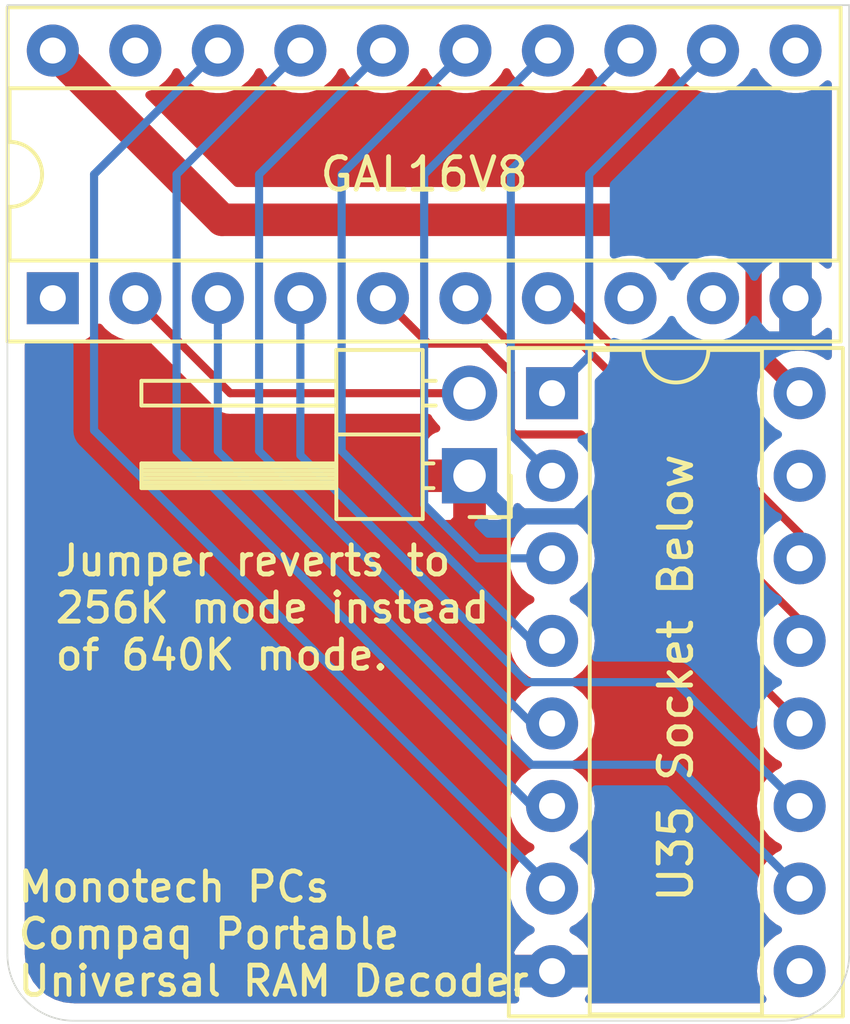
<source format=kicad_pcb>
(kicad_pcb (version 20171130) (host pcbnew "(5.1.0)-1")

  (general
    (thickness 1.6)
    (drawings 9)
    (tracks 78)
    (zones 0)
    (modules 3)
    (nets 23)
  )

  (page A4)
  (title_block
    (title "Compaq Portable Universal U35 RAM Decoder")
    (date 2019-04-05)
    (company "Monotech PCs")
  )

  (layers
    (0 F.Cu signal)
    (31 B.Cu signal)
    (36 B.SilkS user)
    (37 F.SilkS user)
    (38 B.Mask user)
    (39 F.Mask user)
    (44 Edge.Cuts user)
    (45 Margin user hide)
    (46 B.CrtYd user hide)
    (47 F.CrtYd user hide)
    (48 B.Fab user hide)
    (49 F.Fab user hide)
  )

  (setup
    (last_trace_width 0.5)
    (user_trace_width 0.5)
    (user_trace_width 1)
    (trace_clearance 0.2)
    (zone_clearance 0.508)
    (zone_45_only yes)
    (trace_min 0.127)
    (via_size 1)
    (via_drill 0.8)
    (via_min_size 0.6)
    (via_min_drill 0.3)
    (uvia_size 0.3)
    (uvia_drill 0.1)
    (uvias_allowed no)
    (uvia_min_size 0.2)
    (uvia_min_drill 0.1)
    (edge_width 0.05)
    (segment_width 0.2)
    (pcb_text_width 0.3)
    (pcb_text_size 1.5 1.5)
    (mod_edge_width 0.12)
    (mod_text_size 1 1)
    (mod_text_width 0.15)
    (pad_size 1.524 1.524)
    (pad_drill 0.762)
    (pad_to_mask_clearance 0)
    (solder_mask_min_width 0.25)
    (aux_axis_origin 0 0)
    (visible_elements 7FFFFFFF)
    (pcbplotparams
      (layerselection 0x010f0_ffffffff)
      (usegerberextensions true)
      (usegerberattributes false)
      (usegerberadvancedattributes false)
      (creategerberjobfile false)
      (excludeedgelayer true)
      (linewidth 0.100000)
      (plotframeref false)
      (viasonmask false)
      (mode 1)
      (useauxorigin false)
      (hpglpennumber 1)
      (hpglpenspeed 20)
      (hpglpendiameter 15.000000)
      (psnegative false)
      (psa4output false)
      (plotreference true)
      (plotvalue true)
      (plotinvisibletext false)
      (padsonsilk false)
      (subtractmaskfromsilk false)
      (outputformat 1)
      (mirror false)
      (drillshape 0)
      (scaleselection 1)
      (outputdirectory "gerber"))
  )

  (net 0 "")
  (net 1 VCC)
  (net 2 GND)
  (net 3 /~256K)
  (net 4 "Net-(U1-Pad1)")
  (net 5 "Net-(U1-Pad12)")
  (net 6 /A16)
  (net 7 "Net-(U1-Pad13)")
  (net 8 /A17)
  (net 9 "Net-(U1-Pad14)")
  (net 10 /A18)
  (net 11 "Net-(U1-Pad15)")
  (net 12 /A19)
  (net 13 "Net-(U1-Pad16)")
  (net 14 /~DACK0)
  (net 15 "Net-(U1-Pad17)")
  (net 16 "Net-(U1-Pad18)")
  (net 17 "Net-(U2-Pad9)")
  (net 18 "Net-(U2-Pad15)")
  (net 19 "Net-(U1-Pad11)")
  (net 20 "Net-(U1-Pad8)")
  (net 21 "Net-(U1-Pad9)")
  (net 22 "Net-(U1-Pad19)")

  (net_class Default "This is the default net class."
    (clearance 0.2)
    (trace_width 0.25)
    (via_dia 1)
    (via_drill 0.8)
    (uvia_dia 0.3)
    (uvia_drill 0.1)
    (add_net /A16)
    (add_net /A17)
    (add_net /A18)
    (add_net /A19)
    (add_net /~256K)
    (add_net /~DACK0)
    (add_net GND)
    (add_net "Net-(U1-Pad1)")
    (add_net "Net-(U1-Pad11)")
    (add_net "Net-(U1-Pad12)")
    (add_net "Net-(U1-Pad13)")
    (add_net "Net-(U1-Pad14)")
    (add_net "Net-(U1-Pad15)")
    (add_net "Net-(U1-Pad16)")
    (add_net "Net-(U1-Pad17)")
    (add_net "Net-(U1-Pad18)")
    (add_net "Net-(U1-Pad19)")
    (add_net "Net-(U1-Pad8)")
    (add_net "Net-(U1-Pad9)")
    (add_net "Net-(U2-Pad15)")
    (add_net "Net-(U2-Pad9)")
    (add_net VCC)
  )

  (module Package_DIP:DIP-20_W7.62mm_Socket (layer F.Cu) (tedit 5A02E8C5) (tstamp 5CA612CC)
    (at 212.217 125.857 90)
    (descr "20-lead though-hole mounted DIP package, row spacing 7.62 mm (300 mils), Socket")
    (tags "THT DIP DIL PDIP 2.54mm 7.62mm 300mil Socket")
    (path /5C9DBAED)
    (fp_text reference U1 (at 3.81 -2.33 90) (layer F.SilkS) hide
      (effects (font (size 1 1) (thickness 0.15)))
    )
    (fp_text value GAL16V8 (at 3.81 11.43 180) (layer F.SilkS)
      (effects (font (size 1 1) (thickness 0.15)))
    )
    (fp_arc (start 3.81 -1.33) (end 2.81 -1.33) (angle -180) (layer F.SilkS) (width 0.12))
    (fp_line (start 1.635 -1.27) (end 6.985 -1.27) (layer F.Fab) (width 0.1))
    (fp_line (start 6.985 -1.27) (end 6.985 24.13) (layer F.Fab) (width 0.1))
    (fp_line (start 6.985 24.13) (end 0.635 24.13) (layer F.Fab) (width 0.1))
    (fp_line (start 0.635 24.13) (end 0.635 -0.27) (layer F.Fab) (width 0.1))
    (fp_line (start 0.635 -0.27) (end 1.635 -1.27) (layer F.Fab) (width 0.1))
    (fp_line (start -1.27 -1.33) (end -1.27 24.19) (layer F.Fab) (width 0.1))
    (fp_line (start -1.27 24.19) (end 8.89 24.19) (layer F.Fab) (width 0.1))
    (fp_line (start 8.89 24.19) (end 8.89 -1.33) (layer F.Fab) (width 0.1))
    (fp_line (start 8.89 -1.33) (end -1.27 -1.33) (layer F.Fab) (width 0.1))
    (fp_line (start 2.81 -1.33) (end 1.16 -1.33) (layer F.SilkS) (width 0.12))
    (fp_line (start 1.16 -1.33) (end 1.16 24.19) (layer F.SilkS) (width 0.12))
    (fp_line (start 1.16 24.19) (end 6.46 24.19) (layer F.SilkS) (width 0.12))
    (fp_line (start 6.46 24.19) (end 6.46 -1.33) (layer F.SilkS) (width 0.12))
    (fp_line (start 6.46 -1.33) (end 4.81 -1.33) (layer F.SilkS) (width 0.12))
    (fp_line (start -1.33 -1.39) (end -1.33 24.25) (layer F.SilkS) (width 0.12))
    (fp_line (start -1.33 24.25) (end 8.95 24.25) (layer F.SilkS) (width 0.12))
    (fp_line (start 8.95 24.25) (end 8.95 -1.39) (layer F.SilkS) (width 0.12))
    (fp_line (start 8.95 -1.39) (end -1.33 -1.39) (layer F.SilkS) (width 0.12))
    (fp_line (start -1.55 -1.6) (end -1.55 24.45) (layer F.CrtYd) (width 0.05))
    (fp_line (start -1.55 24.45) (end 9.15 24.45) (layer F.CrtYd) (width 0.05))
    (fp_line (start 9.15 24.45) (end 9.15 -1.6) (layer F.CrtYd) (width 0.05))
    (fp_line (start 9.15 -1.6) (end -1.55 -1.6) (layer F.CrtYd) (width 0.05))
    (fp_text user %R (at 3.81 11.43 90) (layer F.Fab)
      (effects (font (size 1 1) (thickness 0.15)))
    )
    (pad 1 thru_hole rect (at 0 0 90) (size 1.6 1.6) (drill 0.8) (layers *.Cu *.Mask)
      (net 4 "Net-(U1-Pad1)"))
    (pad 11 thru_hole oval (at 7.62 22.86 90) (size 1.6 1.6) (drill 0.8) (layers *.Cu *.Mask)
      (net 19 "Net-(U1-Pad11)"))
    (pad 2 thru_hole oval (at 0 2.54 90) (size 1.6 1.6) (drill 0.8) (layers *.Cu *.Mask)
      (net 3 /~256K))
    (pad 12 thru_hole oval (at 7.62 20.32 90) (size 1.6 1.6) (drill 0.8) (layers *.Cu *.Mask)
      (net 5 "Net-(U1-Pad12)"))
    (pad 3 thru_hole oval (at 0 5.08 90) (size 1.6 1.6) (drill 0.8) (layers *.Cu *.Mask)
      (net 6 /A16))
    (pad 13 thru_hole oval (at 7.62 17.78 90) (size 1.6 1.6) (drill 0.8) (layers *.Cu *.Mask)
      (net 7 "Net-(U1-Pad13)"))
    (pad 4 thru_hole oval (at 0 7.62 90) (size 1.6 1.6) (drill 0.8) (layers *.Cu *.Mask)
      (net 8 /A17))
    (pad 14 thru_hole oval (at 7.62 15.24 90) (size 1.6 1.6) (drill 0.8) (layers *.Cu *.Mask)
      (net 9 "Net-(U1-Pad14)"))
    (pad 5 thru_hole oval (at 0 10.16 90) (size 1.6 1.6) (drill 0.8) (layers *.Cu *.Mask)
      (net 10 /A18))
    (pad 15 thru_hole oval (at 7.62 12.7 90) (size 1.6 1.6) (drill 0.8) (layers *.Cu *.Mask)
      (net 11 "Net-(U1-Pad15)"))
    (pad 6 thru_hole oval (at 0 12.7 90) (size 1.6 1.6) (drill 0.8) (layers *.Cu *.Mask)
      (net 12 /A19))
    (pad 16 thru_hole oval (at 7.62 10.16 90) (size 1.6 1.6) (drill 0.8) (layers *.Cu *.Mask)
      (net 13 "Net-(U1-Pad16)"))
    (pad 7 thru_hole oval (at 0 15.24 90) (size 1.6 1.6) (drill 0.8) (layers *.Cu *.Mask)
      (net 14 /~DACK0))
    (pad 17 thru_hole oval (at 7.62 7.62 90) (size 1.6 1.6) (drill 0.8) (layers *.Cu *.Mask)
      (net 15 "Net-(U1-Pad17)"))
    (pad 8 thru_hole oval (at 0 17.78 90) (size 1.6 1.6) (drill 0.8) (layers *.Cu *.Mask)
      (net 20 "Net-(U1-Pad8)"))
    (pad 18 thru_hole oval (at 7.62 5.08 90) (size 1.6 1.6) (drill 0.8) (layers *.Cu *.Mask)
      (net 16 "Net-(U1-Pad18)"))
    (pad 9 thru_hole oval (at 0 20.32 90) (size 1.6 1.6) (drill 0.8) (layers *.Cu *.Mask)
      (net 21 "Net-(U1-Pad9)"))
    (pad 19 thru_hole oval (at 7.62 2.54 90) (size 1.6 1.6) (drill 0.8) (layers *.Cu *.Mask)
      (net 22 "Net-(U1-Pad19)"))
    (pad 10 thru_hole oval (at 0 22.86 90) (size 1.6 1.6) (drill 0.8) (layers *.Cu *.Mask)
      (net 2 GND))
    (pad 20 thru_hole oval (at 7.62 0 90) (size 1.6 1.6) (drill 0.8) (layers *.Cu *.Mask)
      (net 1 VCC))
    (model ${KISYS3DMOD}/Package_DIP.3dshapes/DIP-20_W7.62mm_Socket.wrl
      (at (xyz 0 0 0))
      (scale (xyz 1 1 1))
      (rotate (xyz 0 0 0))
    )
    (model ${KISYS3DMOD}/Package_DIP.3dshapes/DIP-20_W7.62mm.step
      (offset (xyz 0 0 4))
      (scale (xyz 1 1 1))
      (rotate (xyz 0 0 0))
    )
  )

  (module Connector_PinHeader_2.54mm:PinHeader_1x02_P2.54mm_Horizontal (layer F.Cu) (tedit 59FED5CB) (tstamp 5CA610ED)
    (at 225.044 131.318 180)
    (descr "Through hole angled pin header, 1x02, 2.54mm pitch, 6mm pin length, single row")
    (tags "Through hole angled pin header THT 1x02 2.54mm single row")
    (path /5CA63D9F)
    (fp_text reference JP1 (at 4.385 -2.27 180) (layer F.SilkS) hide
      (effects (font (size 1 1) (thickness 0.15)))
    )
    (fp_text value "256K Mode" (at 4.385 4.81 180) (layer F.Fab)
      (effects (font (size 1 1) (thickness 0.15)))
    )
    (fp_line (start 2.135 -1.27) (end 4.04 -1.27) (layer F.Fab) (width 0.1))
    (fp_line (start 4.04 -1.27) (end 4.04 3.81) (layer F.Fab) (width 0.1))
    (fp_line (start 4.04 3.81) (end 1.5 3.81) (layer F.Fab) (width 0.1))
    (fp_line (start 1.5 3.81) (end 1.5 -0.635) (layer F.Fab) (width 0.1))
    (fp_line (start 1.5 -0.635) (end 2.135 -1.27) (layer F.Fab) (width 0.1))
    (fp_line (start -0.32 -0.32) (end 1.5 -0.32) (layer F.Fab) (width 0.1))
    (fp_line (start -0.32 -0.32) (end -0.32 0.32) (layer F.Fab) (width 0.1))
    (fp_line (start -0.32 0.32) (end 1.5 0.32) (layer F.Fab) (width 0.1))
    (fp_line (start 4.04 -0.32) (end 10.04 -0.32) (layer F.Fab) (width 0.1))
    (fp_line (start 10.04 -0.32) (end 10.04 0.32) (layer F.Fab) (width 0.1))
    (fp_line (start 4.04 0.32) (end 10.04 0.32) (layer F.Fab) (width 0.1))
    (fp_line (start -0.32 2.22) (end 1.5 2.22) (layer F.Fab) (width 0.1))
    (fp_line (start -0.32 2.22) (end -0.32 2.86) (layer F.Fab) (width 0.1))
    (fp_line (start -0.32 2.86) (end 1.5 2.86) (layer F.Fab) (width 0.1))
    (fp_line (start 4.04 2.22) (end 10.04 2.22) (layer F.Fab) (width 0.1))
    (fp_line (start 10.04 2.22) (end 10.04 2.86) (layer F.Fab) (width 0.1))
    (fp_line (start 4.04 2.86) (end 10.04 2.86) (layer F.Fab) (width 0.1))
    (fp_line (start 1.44 -1.33) (end 1.44 3.87) (layer F.SilkS) (width 0.12))
    (fp_line (start 1.44 3.87) (end 4.1 3.87) (layer F.SilkS) (width 0.12))
    (fp_line (start 4.1 3.87) (end 4.1 -1.33) (layer F.SilkS) (width 0.12))
    (fp_line (start 4.1 -1.33) (end 1.44 -1.33) (layer F.SilkS) (width 0.12))
    (fp_line (start 4.1 -0.38) (end 10.1 -0.38) (layer F.SilkS) (width 0.12))
    (fp_line (start 10.1 -0.38) (end 10.1 0.38) (layer F.SilkS) (width 0.12))
    (fp_line (start 10.1 0.38) (end 4.1 0.38) (layer F.SilkS) (width 0.12))
    (fp_line (start 4.1 -0.32) (end 10.1 -0.32) (layer F.SilkS) (width 0.12))
    (fp_line (start 4.1 -0.2) (end 10.1 -0.2) (layer F.SilkS) (width 0.12))
    (fp_line (start 4.1 -0.08) (end 10.1 -0.08) (layer F.SilkS) (width 0.12))
    (fp_line (start 4.1 0.04) (end 10.1 0.04) (layer F.SilkS) (width 0.12))
    (fp_line (start 4.1 0.16) (end 10.1 0.16) (layer F.SilkS) (width 0.12))
    (fp_line (start 4.1 0.28) (end 10.1 0.28) (layer F.SilkS) (width 0.12))
    (fp_line (start 1.11 -0.38) (end 1.44 -0.38) (layer F.SilkS) (width 0.12))
    (fp_line (start 1.11 0.38) (end 1.44 0.38) (layer F.SilkS) (width 0.12))
    (fp_line (start 1.44 1.27) (end 4.1 1.27) (layer F.SilkS) (width 0.12))
    (fp_line (start 4.1 2.16) (end 10.1 2.16) (layer F.SilkS) (width 0.12))
    (fp_line (start 10.1 2.16) (end 10.1 2.92) (layer F.SilkS) (width 0.12))
    (fp_line (start 10.1 2.92) (end 4.1 2.92) (layer F.SilkS) (width 0.12))
    (fp_line (start 1.042929 2.16) (end 1.44 2.16) (layer F.SilkS) (width 0.12))
    (fp_line (start 1.042929 2.92) (end 1.44 2.92) (layer F.SilkS) (width 0.12))
    (fp_line (start -1.27 0) (end -1.27 -1.27) (layer F.SilkS) (width 0.12))
    (fp_line (start -1.27 -1.27) (end 0 -1.27) (layer F.SilkS) (width 0.12))
    (fp_line (start -1.8 -1.8) (end -1.8 4.35) (layer F.CrtYd) (width 0.05))
    (fp_line (start -1.8 4.35) (end 10.55 4.35) (layer F.CrtYd) (width 0.05))
    (fp_line (start 10.55 4.35) (end 10.55 -1.8) (layer F.CrtYd) (width 0.05))
    (fp_line (start 10.55 -1.8) (end -1.8 -1.8) (layer F.CrtYd) (width 0.05))
    (fp_text user %R (at 2.77 1.27 270) (layer F.Fab)
      (effects (font (size 1 1) (thickness 0.15)))
    )
    (pad 1 thru_hole rect (at 0 0 180) (size 1.7 1.7) (drill 1) (layers *.Cu *.Mask)
      (net 2 GND))
    (pad 2 thru_hole oval (at 0 2.54 180) (size 1.7 1.7) (drill 1) (layers *.Cu *.Mask)
      (net 3 /~256K))
    (model ${KISYS3DMOD}/Connector_PinHeader_2.54mm.3dshapes/PinHeader_1x02_P2.54mm_Horizontal.wrl
      (at (xyz 0 0 0))
      (scale (xyz 1 1 1))
      (rotate (xyz 0 0 0))
    )
  )

  (module Package_DIP:DIP-16_W7.62mm_Socket (layer F.Cu) (tedit 5A02E8C5) (tstamp 5CA610EE)
    (at 227.584 128.778)
    (descr "16-lead though-hole mounted DIP package, row spacing 7.62 mm (300 mils), Socket")
    (tags "THT DIP DIL PDIP 2.54mm 7.62mm 300mil Socket")
    (path /5C9E164A)
    (fp_text reference U2 (at 3.81 -2.33) (layer F.SilkS) hide
      (effects (font (size 1 1) (thickness 0.15)))
    )
    (fp_text value 82S123 (at 3.81 20.11) (layer F.Fab)
      (effects (font (size 1 1) (thickness 0.15)))
    )
    (fp_arc (start 3.81 -1.33) (end 2.81 -1.33) (angle -180) (layer F.SilkS) (width 0.12))
    (fp_line (start 1.635 -1.27) (end 6.985 -1.27) (layer F.Fab) (width 0.1))
    (fp_line (start 6.985 -1.27) (end 6.985 19.05) (layer F.Fab) (width 0.1))
    (fp_line (start 6.985 19.05) (end 0.635 19.05) (layer F.Fab) (width 0.1))
    (fp_line (start 0.635 19.05) (end 0.635 -0.27) (layer F.Fab) (width 0.1))
    (fp_line (start 0.635 -0.27) (end 1.635 -1.27) (layer F.Fab) (width 0.1))
    (fp_line (start -1.27 -1.33) (end -1.27 19.11) (layer F.Fab) (width 0.1))
    (fp_line (start -1.27 19.11) (end 8.89 19.11) (layer F.Fab) (width 0.1))
    (fp_line (start 8.89 19.11) (end 8.89 -1.33) (layer F.Fab) (width 0.1))
    (fp_line (start 8.89 -1.33) (end -1.27 -1.33) (layer F.Fab) (width 0.1))
    (fp_line (start 2.81 -1.33) (end 1.16 -1.33) (layer F.SilkS) (width 0.12))
    (fp_line (start 1.16 -1.33) (end 1.16 19.11) (layer F.SilkS) (width 0.12))
    (fp_line (start 1.16 19.11) (end 6.46 19.11) (layer F.SilkS) (width 0.12))
    (fp_line (start 6.46 19.11) (end 6.46 -1.33) (layer F.SilkS) (width 0.12))
    (fp_line (start 6.46 -1.33) (end 4.81 -1.33) (layer F.SilkS) (width 0.12))
    (fp_line (start -1.33 -1.39) (end -1.33 19.17) (layer F.SilkS) (width 0.12))
    (fp_line (start -1.33 19.17) (end 8.95 19.17) (layer F.SilkS) (width 0.12))
    (fp_line (start 8.95 19.17) (end 8.95 -1.39) (layer F.SilkS) (width 0.12))
    (fp_line (start 8.95 -1.39) (end -1.33 -1.39) (layer F.SilkS) (width 0.12))
    (fp_line (start -1.55 -1.6) (end -1.55 19.4) (layer F.CrtYd) (width 0.05))
    (fp_line (start -1.55 19.4) (end 9.15 19.4) (layer F.CrtYd) (width 0.05))
    (fp_line (start 9.15 19.4) (end 9.15 -1.6) (layer F.CrtYd) (width 0.05))
    (fp_line (start 9.15 -1.6) (end -1.55 -1.6) (layer F.CrtYd) (width 0.05))
    (fp_text user %R (at 3.81 8.89) (layer F.Fab)
      (effects (font (size 1 1) (thickness 0.15)))
    )
    (pad 1 thru_hole rect (at 0 0) (size 1.6 1.6) (drill 0.8) (layers *.Cu *.Mask)
      (net 5 "Net-(U1-Pad12)"))
    (pad 9 thru_hole oval (at 7.62 17.78) (size 1.6 1.6) (drill 0.8) (layers *.Cu *.Mask)
      (net 17 "Net-(U2-Pad9)"))
    (pad 2 thru_hole oval (at 0 2.54) (size 1.6 1.6) (drill 0.8) (layers *.Cu *.Mask)
      (net 7 "Net-(U1-Pad13)"))
    (pad 10 thru_hole oval (at 7.62 15.24) (size 1.6 1.6) (drill 0.8) (layers *.Cu *.Mask)
      (net 6 /A16))
    (pad 3 thru_hole oval (at 0 5.08) (size 1.6 1.6) (drill 0.8) (layers *.Cu *.Mask)
      (net 9 "Net-(U1-Pad14)"))
    (pad 11 thru_hole oval (at 7.62 12.7) (size 1.6 1.6) (drill 0.8) (layers *.Cu *.Mask)
      (net 8 /A17))
    (pad 4 thru_hole oval (at 0 7.62) (size 1.6 1.6) (drill 0.8) (layers *.Cu *.Mask)
      (net 11 "Net-(U1-Pad15)"))
    (pad 12 thru_hole oval (at 7.62 10.16) (size 1.6 1.6) (drill 0.8) (layers *.Cu *.Mask)
      (net 10 /A18))
    (pad 5 thru_hole oval (at 0 10.16) (size 1.6 1.6) (drill 0.8) (layers *.Cu *.Mask)
      (net 13 "Net-(U1-Pad16)"))
    (pad 13 thru_hole oval (at 7.62 7.62) (size 1.6 1.6) (drill 0.8) (layers *.Cu *.Mask)
      (net 12 /A19))
    (pad 6 thru_hole oval (at 0 12.7) (size 1.6 1.6) (drill 0.8) (layers *.Cu *.Mask)
      (net 15 "Net-(U1-Pad17)"))
    (pad 14 thru_hole oval (at 7.62 5.08) (size 1.6 1.6) (drill 0.8) (layers *.Cu *.Mask)
      (net 14 /~DACK0))
    (pad 7 thru_hole oval (at 0 15.24) (size 1.6 1.6) (drill 0.8) (layers *.Cu *.Mask)
      (net 16 "Net-(U1-Pad18)"))
    (pad 15 thru_hole oval (at 7.62 2.54) (size 1.6 1.6) (drill 0.8) (layers *.Cu *.Mask)
      (net 18 "Net-(U2-Pad15)"))
    (pad 8 thru_hole oval (at 0 17.78) (size 1.6 1.6) (drill 0.8) (layers *.Cu *.Mask)
      (net 2 GND))
    (pad 16 thru_hole oval (at 7.62 0) (size 1.6 1.6) (drill 0.8) (layers *.Cu *.Mask)
      (net 1 VCC))
    (model ${KISYS3DMOD}/Package_DIP.3dshapes/DIP-16_W7.62mm_Socket.wrl
      (offset (xyz 0 0 -5))
      (scale (xyz 1 1 1))
      (rotate (xyz 0 0 0))
    )
  )

  (gr_text "Jumper reverts to\n256K mode instead\nof 640K mode." (at 212.217 135.382) (layer F.SilkS) (tstamp 5CA61541)
    (effects (font (size 0.9 0.9) (thickness 0.15)) (justify left))
  )
  (gr_text "U35 Socket Below" (at 231.394 137.541 90) (layer F.SilkS)
    (effects (font (size 1 1) (thickness 0.15)))
  )
  (gr_text "Monotech PCs\nCompaq Portable\nUniversal RAM Decoder" (at 211.074 145.415) (layer F.SilkS)
    (effects (font (size 0.9 0.9) (thickness 0.15)) (justify left))
  )
  (gr_arc (start 234.696 146.05) (end 234.696 148.082) (angle -90) (layer Edge.Cuts) (width 0.05) (tstamp 5C9E1870))
  (gr_arc (start 212.852 146.05) (end 210.82 146.05) (angle -90) (layer Edge.Cuts) (width 0.05))
  (gr_line (start 210.82 146.05) (end 210.82 116.84) (layer Edge.Cuts) (width 0.05) (tstamp 5C9E1845))
  (gr_line (start 234.696 148.082) (end 212.852 148.082) (layer Edge.Cuts) (width 0.05))
  (gr_line (start 236.728 116.84) (end 236.728 146.05) (layer Edge.Cuts) (width 0.05))
  (gr_line (start 210.82 116.84) (end 236.728 116.84) (layer Edge.Cuts) (width 0.05))

  (segment (start 233.787001 124.098999) (end 233.807 124.079) (width 0.5) (layer F.Cu) (net 1))
  (segment (start 235.204 128.778) (end 233.787001 127.361001) (width 0.5) (layer F.Cu) (net 1))
  (segment (start 233.787001 127.361001) (end 233.787001 124.098999) (width 0.5) (layer F.Cu) (net 1))
  (segment (start 233.172 123.444) (end 233.807 124.079) (width 1) (layer F.Cu) (net 1))
  (segment (start 212.217 118.237) (end 217.424 123.444) (width 1) (layer F.Cu) (net 1))
  (segment (start 217.424 123.444) (end 233.172 123.444) (width 1) (layer F.Cu) (net 1))
  (segment (start 225.044 145.415) (end 225.044 131.318) (width 1) (layer F.Cu) (net 2))
  (segment (start 227.584 146.558) (end 226.187 146.558) (width 1) (layer F.Cu) (net 2))
  (segment (start 226.187 146.558) (end 225.044 145.415) (width 1) (layer F.Cu) (net 2))
  (segment (start 235.077 127.127) (end 235.077 125.857) (width 0.5) (layer B.Cu) (net 2) (status 1000000))
  (segment (start 226.294001 132.568001) (end 228.365999 132.568001) (width 0.5) (layer B.Cu) (net 2) (status 1000000))
  (segment (start 225.044 131.318) (end 226.294001 132.568001) (width 0.5) (layer B.Cu) (net 2) (status 1000000))
  (segment (start 228.365999 132.568001) (end 233.807 127.127) (width 0.5) (layer B.Cu) (net 2) (status 1000000))
  (segment (start 233.807 127.127) (end 235.077 127.127) (width 0.5) (layer B.Cu) (net 2) (status 1000000))
  (segment (start 217.678 128.778) (end 214.757 125.857) (width 0.25) (layer F.Cu) (net 3))
  (segment (start 225.044 128.778) (end 217.678 128.778) (width 0.25) (layer F.Cu) (net 3))
  (segment (start 231.737001 119.036999) (end 232.537 118.237) (width 0.25) (layer B.Cu) (net 5))
  (segment (start 228.727 122.047) (end 231.737001 119.036999) (width 0.25) (layer B.Cu) (net 5))
  (segment (start 227.584 128.778) (end 228.727 127.635) (width 0.25) (layer B.Cu) (net 5))
  (segment (start 228.727 127.635) (end 228.727 122.047) (width 0.25) (layer B.Cu) (net 5))
  (segment (start 217.297 126.98837) (end 217.297 125.857) (width 0.25) (layer B.Cu) (net 6))
  (segment (start 217.297 130.556) (end 217.297 126.98837) (width 0.25) (layer B.Cu) (net 6))
  (segment (start 226.949 140.208) (end 217.297 130.556) (width 0.25) (layer B.Cu) (net 6))
  (segment (start 235.204 144.018) (end 231.394 140.208) (width 0.25) (layer B.Cu) (net 6))
  (segment (start 231.394 140.208) (end 226.949 140.208) (width 0.25) (layer B.Cu) (net 6))
  (segment (start 229.197001 119.036999) (end 229.997 118.237) (width 0.25) (layer B.Cu) (net 7))
  (segment (start 226.314 121.92) (end 229.197001 119.036999) (width 0.25) (layer B.Cu) (net 7))
  (segment (start 227.584 131.318) (end 226.314 130.048) (width 0.25) (layer B.Cu) (net 7))
  (segment (start 226.314 130.048) (end 226.314 121.92) (width 0.25) (layer B.Cu) (net 7))
  (segment (start 219.837 126.98837) (end 219.837 125.857) (width 0.25) (layer B.Cu) (net 8))
  (segment (start 219.837 130.683) (end 219.837 126.98837) (width 0.25) (layer B.Cu) (net 8))
  (segment (start 226.822 137.668) (end 219.837 130.683) (width 0.25) (layer B.Cu) (net 8))
  (segment (start 235.204 141.478) (end 231.394 137.668) (width 0.25) (layer B.Cu) (net 8))
  (segment (start 231.394 137.668) (end 226.822 137.668) (width 0.25) (layer B.Cu) (net 8))
  (segment (start 226.657001 119.036999) (end 227.457 118.237) (width 0.25) (layer B.Cu) (net 9))
  (segment (start 223.647 122.047) (end 226.657001 119.036999) (width 0.25) (layer B.Cu) (net 9))
  (segment (start 223.647 132.206002) (end 223.647 122.047) (width 0.25) (layer B.Cu) (net 9))
  (segment (start 227.584 133.858) (end 225.298998 133.858) (width 0.25) (layer B.Cu) (net 9))
  (segment (start 225.298998 133.858) (end 223.647 132.206002) (width 0.25) (layer B.Cu) (net 9))
  (segment (start 223.176999 126.656999) (end 222.377 125.857) (width 0.25) (layer F.Cu) (net 10))
  (segment (start 223.774 127.254) (end 223.176999 126.656999) (width 0.25) (layer F.Cu) (net 10))
  (segment (start 225.425 127.254) (end 223.774 127.254) (width 0.25) (layer F.Cu) (net 10))
  (segment (start 226.314 128.143) (end 225.425 127.254) (width 0.25) (layer F.Cu) (net 10))
  (segment (start 233.68 137.414) (end 233.68 135.255) (width 0.25) (layer F.Cu) (net 10))
  (segment (start 235.204 138.938) (end 233.68 137.414) (width 0.25) (layer F.Cu) (net 10))
  (segment (start 233.68 135.255) (end 228.473 130.048) (width 0.25) (layer F.Cu) (net 10))
  (segment (start 228.473 130.048) (end 226.441 130.048) (width 0.25) (layer F.Cu) (net 10))
  (segment (start 226.441 130.048) (end 226.314 129.921) (width 0.25) (layer F.Cu) (net 10))
  (segment (start 226.314 129.921) (end 226.314 128.143) (width 0.25) (layer F.Cu) (net 10))
  (segment (start 224.117001 119.036999) (end 224.917 118.237) (width 0.25) (layer B.Cu) (net 11))
  (segment (start 221.107 122.047) (end 224.117001 119.036999) (width 0.25) (layer B.Cu) (net 11))
  (segment (start 221.107 130.556) (end 221.107 122.047) (width 0.25) (layer B.Cu) (net 11))
  (segment (start 227.584 136.398) (end 226.949 136.398) (width 0.25) (layer B.Cu) (net 11))
  (segment (start 226.949 136.398) (end 221.107 130.556) (width 0.25) (layer B.Cu) (net 11))
  (segment (start 235.204 135.763) (end 233.68 134.239) (width 0.25) (layer F.Cu) (net 12))
  (segment (start 233.68 134.239) (end 233.68 132.461) (width 0.25) (layer F.Cu) (net 12))
  (segment (start 233.68 132.461) (end 228.473 127.254) (width 0.25) (layer F.Cu) (net 12))
  (segment (start 235.204 136.398) (end 235.204 135.763) (width 0.25) (layer F.Cu) (net 12))
  (segment (start 228.473 127.254) (end 226.314 127.254) (width 0.25) (layer F.Cu) (net 12))
  (segment (start 225.716999 126.656999) (end 224.917 125.857) (width 0.25) (layer F.Cu) (net 12))
  (segment (start 226.314 127.254) (end 225.716999 126.656999) (width 0.25) (layer F.Cu) (net 12))
  (segment (start 221.577001 119.036999) (end 222.377 118.237) (width 0.25) (layer B.Cu) (net 13))
  (segment (start 218.567 122.047) (end 221.577001 119.036999) (width 0.25) (layer B.Cu) (net 13))
  (segment (start 218.567 130.556) (end 218.567 122.047) (width 0.25) (layer B.Cu) (net 13))
  (segment (start 227.584 138.938) (end 226.949 138.938) (width 0.25) (layer B.Cu) (net 13))
  (segment (start 226.949 138.938) (end 218.567 130.556) (width 0.25) (layer B.Cu) (net 13))
  (segment (start 227.965 125.857) (end 227.457 125.857) (width 0.25) (layer F.Cu) (net 14))
  (segment (start 235.204 133.858) (end 235.204 133.096) (width 0.25) (layer F.Cu) (net 14))
  (segment (start 235.204 133.096) (end 227.965 125.857) (width 0.25) (layer F.Cu) (net 14))
  (segment (start 219.037001 119.036999) (end 219.837 118.237) (width 0.25) (layer B.Cu) (net 15))
  (segment (start 216.027 122.047) (end 219.037001 119.036999) (width 0.25) (layer B.Cu) (net 15))
  (segment (start 216.027 130.556) (end 216.027 122.047) (width 0.25) (layer B.Cu) (net 15))
  (segment (start 227.584 141.478) (end 226.949 141.478) (width 0.25) (layer B.Cu) (net 15))
  (segment (start 226.949 141.478) (end 216.027 130.556) (width 0.25) (layer B.Cu) (net 15))
  (segment (start 216.497001 119.036999) (end 217.297 118.237) (width 0.25) (layer B.Cu) (net 16))
  (segment (start 213.487 122.047) (end 216.497001 119.036999) (width 0.25) (layer B.Cu) (net 16))
  (segment (start 227.584 144.018) (end 213.487 129.921) (width 0.25) (layer B.Cu) (net 16))
  (segment (start 213.487 129.921) (end 213.487 122.047) (width 0.25) (layer B.Cu) (net 16))

  (zone (net 2) (net_name GND) (layer F.Cu) (tstamp 5CA61749) (hatch edge 0.508)
    (connect_pads (clearance 0.508))
    (min_thickness 0.254)
    (fill yes (arc_segments 32) (thermal_gap 0.508) (thermal_bridge_width 1))
    (polygon
      (pts
        (xy 210.82 116.84) (xy 236.728 116.84) (xy 236.728 148.082) (xy 210.82 148.082)
      )
    )
    (filled_polygon
      (pts
        (xy 213.737392 126.876608) (xy 213.955899 127.055932) (xy 214.205192 127.189182) (xy 214.475691 127.271236) (xy 214.686508 127.292)
        (xy 214.827492 127.292) (xy 215.038309 127.271236) (xy 215.082906 127.257708) (xy 217.114201 129.289003) (xy 217.137999 129.318001)
        (xy 217.253724 129.412974) (xy 217.385753 129.483546) (xy 217.529014 129.527003) (xy 217.640667 129.538) (xy 217.640677 129.538)
        (xy 217.678 129.541676) (xy 217.715323 129.538) (xy 223.766405 129.538) (xy 223.803294 129.607014) (xy 223.988866 129.833134)
        (xy 224.018687 129.857607) (xy 223.94982 129.878498) (xy 223.839506 129.937463) (xy 223.742815 130.016815) (xy 223.663463 130.113506)
        (xy 223.604498 130.22382) (xy 223.568188 130.343518) (xy 223.555928 130.468) (xy 223.559 130.78625) (xy 223.71775 130.945)
        (xy 224.671 130.945) (xy 224.671 130.925) (xy 225.417 130.925) (xy 225.417 130.945) (xy 225.437 130.945)
        (xy 225.437 131.691) (xy 225.417 131.691) (xy 225.417 132.64425) (xy 225.57575 132.803) (xy 225.894 132.806072)
        (xy 226.018482 132.793812) (xy 226.13818 132.757502) (xy 226.248494 132.698537) (xy 226.345185 132.619185) (xy 226.424537 132.522494)
        (xy 226.483502 132.41218) (xy 226.519812 132.292482) (xy 226.520621 132.284272) (xy 226.564392 132.337608) (xy 226.782899 132.516932)
        (xy 226.915858 132.588) (xy 226.782899 132.659068) (xy 226.564392 132.838392) (xy 226.385068 133.056899) (xy 226.251818 133.306192)
        (xy 226.169764 133.576691) (xy 226.142057 133.858) (xy 226.169764 134.139309) (xy 226.251818 134.409808) (xy 226.385068 134.659101)
        (xy 226.564392 134.877608) (xy 226.782899 135.056932) (xy 226.915858 135.128) (xy 226.782899 135.199068) (xy 226.564392 135.378392)
        (xy 226.385068 135.596899) (xy 226.251818 135.846192) (xy 226.169764 136.116691) (xy 226.142057 136.398) (xy 226.169764 136.679309)
        (xy 226.251818 136.949808) (xy 226.385068 137.199101) (xy 226.564392 137.417608) (xy 226.782899 137.596932) (xy 226.915858 137.668)
        (xy 226.782899 137.739068) (xy 226.564392 137.918392) (xy 226.385068 138.136899) (xy 226.251818 138.386192) (xy 226.169764 138.656691)
        (xy 226.142057 138.938) (xy 226.169764 139.219309) (xy 226.251818 139.489808) (xy 226.385068 139.739101) (xy 226.564392 139.957608)
        (xy 226.782899 140.136932) (xy 226.915858 140.208) (xy 226.782899 140.279068) (xy 226.564392 140.458392) (xy 226.385068 140.676899)
        (xy 226.251818 140.926192) (xy 226.169764 141.196691) (xy 226.142057 141.478) (xy 226.169764 141.759309) (xy 226.251818 142.029808)
        (xy 226.385068 142.279101) (xy 226.564392 142.497608) (xy 226.782899 142.676932) (xy 226.915858 142.748) (xy 226.782899 142.819068)
        (xy 226.564392 142.998392) (xy 226.385068 143.216899) (xy 226.251818 143.466192) (xy 226.169764 143.736691) (xy 226.142057 144.018)
        (xy 226.169764 144.299309) (xy 226.251818 144.569808) (xy 226.385068 144.819101) (xy 226.564392 145.037608) (xy 226.782899 145.216932)
        (xy 226.922217 145.291399) (xy 226.754444 145.387059) (xy 226.541944 145.571397) (xy 226.36949 145.793649) (xy 226.273735 145.972825)
        (xy 226.363473 146.185) (xy 227.211 146.185) (xy 227.211 146.165) (xy 227.957 146.165) (xy 227.957 146.185)
        (xy 228.804527 146.185) (xy 228.894265 145.972825) (xy 228.79851 145.793649) (xy 228.626056 145.571397) (xy 228.413556 145.387059)
        (xy 228.245783 145.291399) (xy 228.385101 145.216932) (xy 228.603608 145.037608) (xy 228.782932 144.819101) (xy 228.916182 144.569808)
        (xy 228.998236 144.299309) (xy 229.025943 144.018) (xy 228.998236 143.736691) (xy 228.916182 143.466192) (xy 228.782932 143.216899)
        (xy 228.603608 142.998392) (xy 228.385101 142.819068) (xy 228.252142 142.748) (xy 228.385101 142.676932) (xy 228.603608 142.497608)
        (xy 228.782932 142.279101) (xy 228.916182 142.029808) (xy 228.998236 141.759309) (xy 229.025943 141.478) (xy 228.998236 141.196691)
        (xy 228.916182 140.926192) (xy 228.782932 140.676899) (xy 228.603608 140.458392) (xy 228.385101 140.279068) (xy 228.252142 140.208)
        (xy 228.385101 140.136932) (xy 228.603608 139.957608) (xy 228.782932 139.739101) (xy 228.916182 139.489808) (xy 228.998236 139.219309)
        (xy 229.025943 138.938) (xy 228.998236 138.656691) (xy 228.916182 138.386192) (xy 228.782932 138.136899) (xy 228.603608 137.918392)
        (xy 228.385101 137.739068) (xy 228.252142 137.668) (xy 228.385101 137.596932) (xy 228.603608 137.417608) (xy 228.782932 137.199101)
        (xy 228.916182 136.949808) (xy 228.998236 136.679309) (xy 229.025943 136.398) (xy 228.998236 136.116691) (xy 228.916182 135.846192)
        (xy 228.782932 135.596899) (xy 228.603608 135.378392) (xy 228.385101 135.199068) (xy 228.252142 135.128) (xy 228.385101 135.056932)
        (xy 228.603608 134.877608) (xy 228.782932 134.659101) (xy 228.916182 134.409808) (xy 228.998236 134.139309) (xy 229.025943 133.858)
        (xy 228.998236 133.576691) (xy 228.916182 133.306192) (xy 228.782932 133.056899) (xy 228.603608 132.838392) (xy 228.385101 132.659068)
        (xy 228.252142 132.588) (xy 228.385101 132.516932) (xy 228.603608 132.337608) (xy 228.782932 132.119101) (xy 228.916182 131.869808)
        (xy 228.986895 131.636696) (xy 232.920001 135.569803) (xy 232.92 137.376677) (xy 232.916324 137.414) (xy 232.92 137.451322)
        (xy 232.92 137.451332) (xy 232.930997 137.562985) (xy 232.974454 137.706246) (xy 233.045026 137.838276) (xy 233.084871 137.886826)
        (xy 233.139999 137.954001) (xy 233.169002 137.977803) (xy 233.803292 138.612094) (xy 233.789764 138.656691) (xy 233.762057 138.938)
        (xy 233.789764 139.219309) (xy 233.871818 139.489808) (xy 234.005068 139.739101) (xy 234.184392 139.957608) (xy 234.402899 140.136932)
        (xy 234.535858 140.208) (xy 234.402899 140.279068) (xy 234.184392 140.458392) (xy 234.005068 140.676899) (xy 233.871818 140.926192)
        (xy 233.789764 141.196691) (xy 233.762057 141.478) (xy 233.789764 141.759309) (xy 233.871818 142.029808) (xy 234.005068 142.279101)
        (xy 234.184392 142.497608) (xy 234.402899 142.676932) (xy 234.535858 142.748) (xy 234.402899 142.819068) (xy 234.184392 142.998392)
        (xy 234.005068 143.216899) (xy 233.871818 143.466192) (xy 233.789764 143.736691) (xy 233.762057 144.018) (xy 233.789764 144.299309)
        (xy 233.871818 144.569808) (xy 234.005068 144.819101) (xy 234.184392 145.037608) (xy 234.402899 145.216932) (xy 234.535858 145.288)
        (xy 234.402899 145.359068) (xy 234.184392 145.538392) (xy 234.005068 145.756899) (xy 233.871818 146.006192) (xy 233.789764 146.276691)
        (xy 233.762057 146.558) (xy 233.789764 146.839309) (xy 233.871818 147.109808) (xy 234.005068 147.359101) (xy 234.056688 147.422)
        (xy 228.721188 147.422) (xy 228.79851 147.322351) (xy 228.894265 147.143175) (xy 228.804527 146.931) (xy 227.957 146.931)
        (xy 227.957 146.951) (xy 227.211 146.951) (xy 227.211 146.931) (xy 226.363473 146.931) (xy 226.273735 147.143175)
        (xy 226.36949 147.322351) (xy 226.446812 147.422) (xy 212.884279 147.422) (xy 212.586124 147.392766) (xy 212.330376 147.315551)
        (xy 212.094496 147.190131) (xy 211.887475 147.021289) (xy 211.717187 146.815446) (xy 211.590121 146.580444) (xy 211.511123 146.32524)
        (xy 211.48 146.029118) (xy 211.48 132.168) (xy 223.555928 132.168) (xy 223.568188 132.292482) (xy 223.604498 132.41218)
        (xy 223.663463 132.522494) (xy 223.742815 132.619185) (xy 223.839506 132.698537) (xy 223.94982 132.757502) (xy 224.069518 132.793812)
        (xy 224.194 132.806072) (xy 224.51225 132.803) (xy 224.671 132.64425) (xy 224.671 131.691) (xy 223.71775 131.691)
        (xy 223.559 131.84975) (xy 223.555928 132.168) (xy 211.48 132.168) (xy 211.48 127.295072) (xy 213.017 127.295072)
        (xy 213.141482 127.282812) (xy 213.26118 127.246502) (xy 213.371494 127.187537) (xy 213.468185 127.108185) (xy 213.547537 127.011494)
        (xy 213.606502 126.90118) (xy 213.642812 126.781482) (xy 213.644581 126.763518)
      )
    )
    (filled_polygon
      (pts
        (xy 233.878068 119.038101) (xy 234.057392 119.256608) (xy 234.275899 119.435932) (xy 234.525192 119.569182) (xy 234.795691 119.651236)
        (xy 235.006508 119.672) (xy 235.147492 119.672) (xy 235.358309 119.651236) (xy 235.628808 119.569182) (xy 235.878101 119.435932)
        (xy 236.068 119.280086) (xy 236.068 124.820013) (xy 236.063603 124.814944) (xy 235.841351 124.64249) (xy 235.662175 124.546735)
        (xy 235.45 124.636473) (xy 235.45 125.484) (xy 235.47 125.484) (xy 235.47 126.23) (xy 235.45 126.23)
        (xy 235.45 127.077527) (xy 235.662175 127.167265) (xy 235.841351 127.07151) (xy 236.063603 126.899056) (xy 236.068 126.893987)
        (xy 236.068 127.630688) (xy 236.005101 127.579068) (xy 235.755808 127.445818) (xy 235.485309 127.363764) (xy 235.274492 127.343)
        (xy 235.133508 127.343) (xy 235.030704 127.353125) (xy 234.704 127.026422) (xy 234.704 126.23) (xy 234.684 126.23)
        (xy 234.684 125.484) (xy 234.704 125.484) (xy 234.704 124.775113) (xy 234.755284 124.712623) (xy 234.860676 124.515447)
        (xy 234.925577 124.301499) (xy 234.947491 124.079) (xy 234.925577 123.856501) (xy 234.860676 123.642553) (xy 234.755284 123.445377)
        (xy 234.648989 123.315857) (xy 234.013995 122.680864) (xy 233.978449 122.637551) (xy 233.805623 122.495716) (xy 233.608447 122.390324)
        (xy 233.394499 122.325423) (xy 233.227752 122.309) (xy 233.227751 122.309) (xy 233.172 122.303509) (xy 233.116249 122.309)
        (xy 217.894132 122.309) (xy 215.190271 119.605139) (xy 215.308808 119.569182) (xy 215.558101 119.435932) (xy 215.776608 119.256608)
        (xy 215.955932 119.038101) (xy 216.027 118.905142) (xy 216.098068 119.038101) (xy 216.277392 119.256608) (xy 216.495899 119.435932)
        (xy 216.745192 119.569182) (xy 217.015691 119.651236) (xy 217.226508 119.672) (xy 217.367492 119.672) (xy 217.578309 119.651236)
        (xy 217.848808 119.569182) (xy 218.098101 119.435932) (xy 218.316608 119.256608) (xy 218.495932 119.038101) (xy 218.567 118.905142)
        (xy 218.638068 119.038101) (xy 218.817392 119.256608) (xy 219.035899 119.435932) (xy 219.285192 119.569182) (xy 219.555691 119.651236)
        (xy 219.766508 119.672) (xy 219.907492 119.672) (xy 220.118309 119.651236) (xy 220.388808 119.569182) (xy 220.638101 119.435932)
        (xy 220.856608 119.256608) (xy 221.035932 119.038101) (xy 221.107 118.905142) (xy 221.178068 119.038101) (xy 221.357392 119.256608)
        (xy 221.575899 119.435932) (xy 221.825192 119.569182) (xy 222.095691 119.651236) (xy 222.306508 119.672) (xy 222.447492 119.672)
        (xy 222.658309 119.651236) (xy 222.928808 119.569182) (xy 223.178101 119.435932) (xy 223.396608 119.256608) (xy 223.575932 119.038101)
        (xy 223.647 118.905142) (xy 223.718068 119.038101) (xy 223.897392 119.256608) (xy 224.115899 119.435932) (xy 224.365192 119.569182)
        (xy 224.635691 119.651236) (xy 224.846508 119.672) (xy 224.987492 119.672) (xy 225.198309 119.651236) (xy 225.468808 119.569182)
        (xy 225.718101 119.435932) (xy 225.936608 119.256608) (xy 226.115932 119.038101) (xy 226.187 118.905142) (xy 226.258068 119.038101)
        (xy 226.437392 119.256608) (xy 226.655899 119.435932) (xy 226.905192 119.569182) (xy 227.175691 119.651236) (xy 227.386508 119.672)
        (xy 227.527492 119.672) (xy 227.738309 119.651236) (xy 228.008808 119.569182) (xy 228.258101 119.435932) (xy 228.476608 119.256608)
        (xy 228.655932 119.038101) (xy 228.727 118.905142) (xy 228.798068 119.038101) (xy 228.977392 119.256608) (xy 229.195899 119.435932)
        (xy 229.445192 119.569182) (xy 229.715691 119.651236) (xy 229.926508 119.672) (xy 230.067492 119.672) (xy 230.278309 119.651236)
        (xy 230.548808 119.569182) (xy 230.798101 119.435932) (xy 231.016608 119.256608) (xy 231.195932 119.038101) (xy 231.267 118.905142)
        (xy 231.338068 119.038101) (xy 231.517392 119.256608) (xy 231.735899 119.435932) (xy 231.985192 119.569182) (xy 232.255691 119.651236)
        (xy 232.466508 119.672) (xy 232.607492 119.672) (xy 232.818309 119.651236) (xy 233.088808 119.569182) (xy 233.338101 119.435932)
        (xy 233.556608 119.256608) (xy 233.735932 119.038101) (xy 233.807 118.905142)
      )
    )
  )
  (zone (net 2) (net_name GND) (layer B.Cu) (tstamp 5CA61746) (hatch edge 0.508)
    (connect_pads (clearance 0.508))
    (min_thickness 0.254)
    (fill yes (arc_segments 32) (thermal_gap 0.508) (thermal_bridge_width 1))
    (polygon
      (pts
        (xy 210.82 116.84) (xy 236.728 116.84) (xy 236.728 148.072856) (xy 210.82 148.072856)
      )
    )
    (filled_polygon
      (pts
        (xy 212.727 129.883678) (xy 212.723324 129.921) (xy 212.727 129.958322) (xy 212.727 129.958332) (xy 212.737997 130.069985)
        (xy 212.764271 130.156599) (xy 212.781454 130.213246) (xy 212.852026 130.345276) (xy 212.889349 130.390754) (xy 212.946999 130.461001)
        (xy 212.976003 130.484804) (xy 226.183292 143.692094) (xy 226.169764 143.736691) (xy 226.142057 144.018) (xy 226.169764 144.299309)
        (xy 226.251818 144.569808) (xy 226.385068 144.819101) (xy 226.564392 145.037608) (xy 226.782899 145.216932) (xy 226.922217 145.291399)
        (xy 226.754444 145.387059) (xy 226.541944 145.571397) (xy 226.36949 145.793649) (xy 226.273735 145.972825) (xy 226.363473 146.185)
        (xy 227.211 146.185) (xy 227.211 146.165) (xy 227.957 146.165) (xy 227.957 146.185) (xy 228.804527 146.185)
        (xy 228.894265 145.972825) (xy 228.79851 145.793649) (xy 228.626056 145.571397) (xy 228.413556 145.387059) (xy 228.245783 145.291399)
        (xy 228.385101 145.216932) (xy 228.603608 145.037608) (xy 228.782932 144.819101) (xy 228.916182 144.569808) (xy 228.998236 144.299309)
        (xy 229.025943 144.018) (xy 228.998236 143.736691) (xy 228.916182 143.466192) (xy 228.782932 143.216899) (xy 228.603608 142.998392)
        (xy 228.385101 142.819068) (xy 228.252142 142.748) (xy 228.385101 142.676932) (xy 228.603608 142.497608) (xy 228.782932 142.279101)
        (xy 228.916182 142.029808) (xy 228.998236 141.759309) (xy 229.025943 141.478) (xy 228.998236 141.196691) (xy 228.928864 140.968)
        (xy 231.079199 140.968) (xy 233.803292 143.692094) (xy 233.789764 143.736691) (xy 233.762057 144.018) (xy 233.789764 144.299309)
        (xy 233.871818 144.569808) (xy 234.005068 144.819101) (xy 234.184392 145.037608) (xy 234.402899 145.216932) (xy 234.535858 145.288)
        (xy 234.402899 145.359068) (xy 234.184392 145.538392) (xy 234.005068 145.756899) (xy 233.871818 146.006192) (xy 233.789764 146.276691)
        (xy 233.762057 146.558) (xy 233.789764 146.839309) (xy 233.871818 147.109808) (xy 234.005068 147.359101) (xy 234.056688 147.422)
        (xy 228.721188 147.422) (xy 228.79851 147.322351) (xy 228.894265 147.143175) (xy 228.804527 146.931) (xy 227.957 146.931)
        (xy 227.957 146.951) (xy 227.211 146.951) (xy 227.211 146.931) (xy 226.363473 146.931) (xy 226.273735 147.143175)
        (xy 226.36949 147.322351) (xy 226.446812 147.422) (xy 212.884279 147.422) (xy 212.586124 147.392766) (xy 212.330376 147.315551)
        (xy 212.094496 147.190131) (xy 211.887475 147.021289) (xy 211.717187 146.815446) (xy 211.590121 146.580444) (xy 211.511123 146.32524)
        (xy 211.48 146.029118) (xy 211.48 127.295072) (xy 212.727 127.295072)
      )
    )
    (filled_polygon
      (pts
        (xy 233.878068 119.038101) (xy 234.057392 119.256608) (xy 234.275899 119.435932) (xy 234.525192 119.569182) (xy 234.795691 119.651236)
        (xy 235.006508 119.672) (xy 235.147492 119.672) (xy 235.358309 119.651236) (xy 235.628808 119.569182) (xy 235.878101 119.435932)
        (xy 236.068 119.280086) (xy 236.068 124.820013) (xy 236.063603 124.814944) (xy 235.841351 124.64249) (xy 235.662175 124.546735)
        (xy 235.45 124.636473) (xy 235.45 125.484) (xy 235.47 125.484) (xy 235.47 126.23) (xy 235.45 126.23)
        (xy 235.45 127.077527) (xy 235.662175 127.167265) (xy 235.841351 127.07151) (xy 236.063603 126.899056) (xy 236.068 126.893987)
        (xy 236.068 127.630688) (xy 236.005101 127.579068) (xy 235.755808 127.445818) (xy 235.485309 127.363764) (xy 235.274492 127.343)
        (xy 235.133508 127.343) (xy 234.922691 127.363764) (xy 234.652192 127.445818) (xy 234.402899 127.579068) (xy 234.184392 127.758392)
        (xy 234.005068 127.976899) (xy 233.871818 128.226192) (xy 233.789764 128.496691) (xy 233.762057 128.778) (xy 233.789764 129.059309)
        (xy 233.871818 129.329808) (xy 234.005068 129.579101) (xy 234.184392 129.797608) (xy 234.402899 129.976932) (xy 234.535858 130.048)
        (xy 234.402899 130.119068) (xy 234.184392 130.298392) (xy 234.005068 130.516899) (xy 233.871818 130.766192) (xy 233.789764 131.036691)
        (xy 233.762057 131.318) (xy 233.789764 131.599309) (xy 233.871818 131.869808) (xy 234.005068 132.119101) (xy 234.184392 132.337608)
        (xy 234.402899 132.516932) (xy 234.535858 132.588) (xy 234.402899 132.659068) (xy 234.184392 132.838392) (xy 234.005068 133.056899)
        (xy 233.871818 133.306192) (xy 233.789764 133.576691) (xy 233.762057 133.858) (xy 233.789764 134.139309) (xy 233.871818 134.409808)
        (xy 234.005068 134.659101) (xy 234.184392 134.877608) (xy 234.402899 135.056932) (xy 234.535858 135.128) (xy 234.402899 135.199068)
        (xy 234.184392 135.378392) (xy 234.005068 135.596899) (xy 233.871818 135.846192) (xy 233.789764 136.116691) (xy 233.762057 136.398)
        (xy 233.789764 136.679309) (xy 233.871818 136.949808) (xy 234.005068 137.199101) (xy 234.184392 137.417608) (xy 234.402899 137.596932)
        (xy 234.535858 137.668) (xy 234.402899 137.739068) (xy 234.184392 137.918392) (xy 234.005068 138.136899) (xy 233.871818 138.386192)
        (xy 233.789764 138.656691) (xy 233.762057 138.938) (xy 233.764598 138.963796) (xy 231.957804 137.157003) (xy 231.934001 137.127999)
        (xy 231.818276 137.033026) (xy 231.686247 136.962454) (xy 231.542986 136.918997) (xy 231.431333 136.908) (xy 231.431322 136.908)
        (xy 231.394 136.904324) (xy 231.356678 136.908) (xy 228.928864 136.908) (xy 228.998236 136.679309) (xy 229.025943 136.398)
        (xy 228.998236 136.116691) (xy 228.916182 135.846192) (xy 228.782932 135.596899) (xy 228.603608 135.378392) (xy 228.385101 135.199068)
        (xy 228.252142 135.128) (xy 228.385101 135.056932) (xy 228.603608 134.877608) (xy 228.782932 134.659101) (xy 228.916182 134.409808)
        (xy 228.998236 134.139309) (xy 229.025943 133.858) (xy 228.998236 133.576691) (xy 228.916182 133.306192) (xy 228.782932 133.056899)
        (xy 228.603608 132.838392) (xy 228.385101 132.659068) (xy 228.252142 132.588) (xy 228.385101 132.516932) (xy 228.603608 132.337608)
        (xy 228.782932 132.119101) (xy 228.916182 131.869808) (xy 228.998236 131.599309) (xy 229.025943 131.318) (xy 228.998236 131.036691)
        (xy 228.916182 130.766192) (xy 228.782932 130.516899) (xy 228.603608 130.298392) (xy 228.490518 130.205581) (xy 228.508482 130.203812)
        (xy 228.62818 130.167502) (xy 228.738494 130.108537) (xy 228.835185 130.029185) (xy 228.914537 129.932494) (xy 228.973502 129.82218)
        (xy 229.009812 129.702482) (xy 229.022072 129.578) (xy 229.022072 128.41473) (xy 229.238004 128.198798) (xy 229.267001 128.175001)
        (xy 229.293332 128.142917) (xy 229.361974 128.059277) (xy 229.432546 127.927247) (xy 229.454911 127.853518) (xy 229.476003 127.783986)
        (xy 229.487 127.672333) (xy 229.487 127.672324) (xy 229.490676 127.635001) (xy 229.487 127.597678) (xy 229.487 127.201864)
        (xy 229.715691 127.271236) (xy 229.926508 127.292) (xy 230.067492 127.292) (xy 230.278309 127.271236) (xy 230.548808 127.189182)
        (xy 230.798101 127.055932) (xy 231.016608 126.876608) (xy 231.195932 126.658101) (xy 231.267 126.525142) (xy 231.338068 126.658101)
        (xy 231.517392 126.876608) (xy 231.735899 127.055932) (xy 231.985192 127.189182) (xy 232.255691 127.271236) (xy 232.466508 127.292)
        (xy 232.607492 127.292) (xy 232.818309 127.271236) (xy 233.088808 127.189182) (xy 233.338101 127.055932) (xy 233.556608 126.876608)
        (xy 233.735932 126.658101) (xy 233.810399 126.518783) (xy 233.906059 126.686556) (xy 234.090397 126.899056) (xy 234.312649 127.07151)
        (xy 234.491825 127.167265) (xy 234.704 127.077527) (xy 234.704 126.23) (xy 234.684 126.23) (xy 234.684 125.484)
        (xy 234.704 125.484) (xy 234.704 124.636473) (xy 234.491825 124.546735) (xy 234.312649 124.64249) (xy 234.090397 124.814944)
        (xy 233.906059 125.027444) (xy 233.810399 125.195217) (xy 233.735932 125.055899) (xy 233.556608 124.837392) (xy 233.338101 124.658068)
        (xy 233.088808 124.524818) (xy 232.818309 124.442764) (xy 232.607492 124.422) (xy 232.466508 124.422) (xy 232.255691 124.442764)
        (xy 231.985192 124.524818) (xy 231.735899 124.658068) (xy 231.517392 124.837392) (xy 231.338068 125.055899) (xy 231.267 125.188858)
        (xy 231.195932 125.055899) (xy 231.016608 124.837392) (xy 230.798101 124.658068) (xy 230.548808 124.524818) (xy 230.278309 124.442764)
        (xy 230.067492 124.422) (xy 229.926508 124.422) (xy 229.715691 124.442764) (xy 229.487 124.512136) (xy 229.487 122.361801)
        (xy 232.211094 119.637708) (xy 232.255691 119.651236) (xy 232.466508 119.672) (xy 232.607492 119.672) (xy 232.818309 119.651236)
        (xy 233.088808 119.569182) (xy 233.338101 119.435932) (xy 233.556608 119.256608) (xy 233.735932 119.038101) (xy 233.807 118.905142)
      )
    )
    (filled_polygon
      (pts
        (xy 226.564392 132.337608) (xy 226.782899 132.516932) (xy 226.915858 132.588) (xy 226.782899 132.659068) (xy 226.564392 132.838392)
        (xy 226.385068 133.056899) (xy 226.363099 133.098) (xy 225.6138 133.098) (xy 225.3188 132.803) (xy 225.417002 132.803)
        (xy 225.417002 132.644252) (xy 225.57575 132.803) (xy 225.894 132.806072) (xy 226.018482 132.793812) (xy 226.13818 132.757502)
        (xy 226.248494 132.698537) (xy 226.345185 132.619185) (xy 226.424537 132.522494) (xy 226.483502 132.41218) (xy 226.519812 132.292482)
        (xy 226.520621 132.284272)
      )
    )
    (filled_polygon
      (pts
        (xy 225.417 130.945) (xy 225.437 130.945) (xy 225.437 131.691) (xy 225.417 131.691) (xy 225.417 131.711)
        (xy 224.671 131.711) (xy 224.671 131.691) (xy 224.651 131.691) (xy 224.651 130.945) (xy 224.671 130.945)
        (xy 224.671 130.925) (xy 225.417 130.925)
      )
    )
  )
)

</source>
